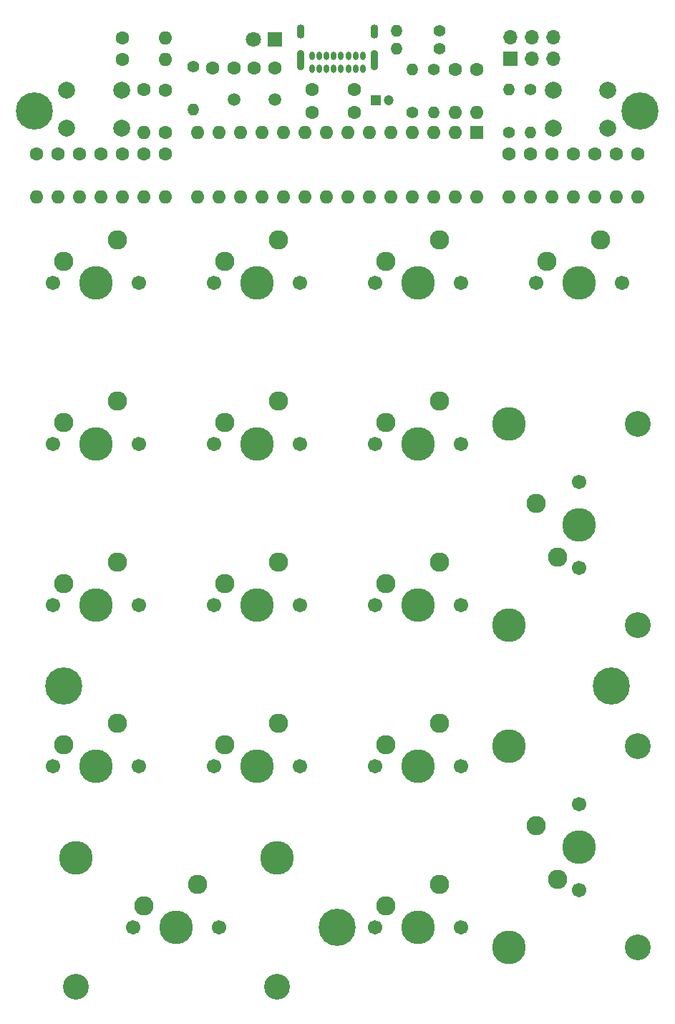
<source format=gts>
%TF.GenerationSoftware,KiCad,Pcbnew,(6.0.2)*%
%TF.CreationDate,2022-03-23T18:03:12-04:00*%
%TF.ProjectId,RYCpad_pcb,52594370-6164-45f7-9063-622e6b696361,rev?*%
%TF.SameCoordinates,Original*%
%TF.FileFunction,Soldermask,Top*%
%TF.FilePolarity,Negative*%
%FSLAX46Y46*%
G04 Gerber Fmt 4.6, Leading zero omitted, Abs format (unit mm)*
G04 Created by KiCad (PCBNEW (6.0.2)) date 2022-03-23 18:03:12*
%MOMM*%
%LPD*%
G01*
G04 APERTURE LIST*
%ADD10C,3.048000*%
%ADD11C,3.987800*%
%ADD12R,1.600000X1.600000*%
%ADD13O,1.600000X1.600000*%
%ADD14C,1.600000*%
%ADD15C,1.701800*%
%ADD16C,2.286000*%
%ADD17C,1.400000*%
%ADD18O,1.400000X1.400000*%
%ADD19C,4.400000*%
%ADD20C,2.000000*%
%ADD21R,1.700000X1.700000*%
%ADD22O,1.700000X1.700000*%
%ADD23O,0.650000X1.000000*%
%ADD24O,0.900000X2.400000*%
%ADD25O,0.900000X1.700000*%
%ADD26C,1.500000*%
%ADD27R,1.200000X1.200000*%
%ADD28C,1.200000*%
%ADD29R,1.800000X1.800000*%
%ADD30C,1.800000*%
G04 APERTURE END LIST*
D10*
X35560000Y11900000D03*
D11*
X20320000Y11900000D03*
D10*
X35560000Y-11900000D03*
D11*
X20320000Y-11900000D03*
D10*
X35560000Y-50000000D03*
D11*
X20320000Y-50000000D03*
D10*
X35560000Y-26200000D03*
D11*
X20320000Y-26200000D03*
X-30950000Y-39370000D03*
D10*
X-7150000Y-54610000D03*
D11*
X-7150000Y-39370000D03*
D10*
X-30950000Y-54610000D03*
D12*
X16510000Y46355000D03*
D13*
X13970000Y46355000D03*
X11430000Y46355000D03*
X8890000Y46355000D03*
X6350000Y46355000D03*
X3810000Y46355000D03*
X1270000Y46355000D03*
X-1270000Y46355000D03*
X-3810000Y46355000D03*
X-6350000Y46355000D03*
X-8890000Y46355000D03*
X-11430000Y46355000D03*
X-13970000Y46355000D03*
X-16510000Y46355000D03*
X-16510000Y38735000D03*
X-13970000Y38735000D03*
X-11430000Y38735000D03*
X-8890000Y38735000D03*
X-6350000Y38735000D03*
X-3810000Y38735000D03*
X-1270000Y38735000D03*
X1270000Y38735000D03*
X3810000Y38735000D03*
X6350000Y38735000D03*
X8890000Y38735000D03*
X11430000Y38735000D03*
X13970000Y38735000D03*
X16510000Y38735000D03*
D14*
X-22860000Y51435000D03*
D13*
X-22860000Y46355000D03*
D14*
X-25400000Y54991000D03*
D13*
X-20320000Y54991000D03*
D14*
X-25400000Y57531000D03*
D13*
X-20320000Y57531000D03*
D14*
X35560000Y43815000D03*
D13*
X35560000Y38735000D03*
D14*
X-35560000Y43815000D03*
D13*
X-35560000Y38735000D03*
D14*
X-20320000Y43815000D03*
D13*
X-20320000Y38735000D03*
D14*
X-22860000Y43815000D03*
D13*
X-22860000Y38735000D03*
D14*
X22860000Y43815000D03*
D13*
X22860000Y38735000D03*
D14*
X-30480000Y43815000D03*
D13*
X-30480000Y38735000D03*
D14*
X-25400000Y43815000D03*
D13*
X-25400000Y38735000D03*
D14*
X25400000Y43815000D03*
D13*
X25400000Y38735000D03*
D14*
X30480000Y43815000D03*
D13*
X30480000Y38735000D03*
D14*
X-27940000Y43815000D03*
D13*
X-27940000Y38735000D03*
D14*
X27940000Y43815000D03*
D13*
X27940000Y38735000D03*
D11*
X-28575000Y28575000D03*
D15*
X-23495000Y28575000D03*
X-33655000Y28575000D03*
D16*
X-26035000Y33655000D03*
X-32385000Y31115000D03*
D15*
X-14605000Y28575000D03*
X-4445000Y28575000D03*
D11*
X-9525000Y28575000D03*
D16*
X-6985000Y33655000D03*
X-13335000Y31115000D03*
D15*
X14605000Y28575000D03*
X4445000Y28575000D03*
D11*
X9525000Y28575000D03*
D16*
X12065000Y33655000D03*
X5715000Y31115000D03*
D11*
X28575000Y28575000D03*
D15*
X23495000Y28575000D03*
X33655000Y28575000D03*
D16*
X31115000Y33655000D03*
X24765000Y31115000D03*
D15*
X-33655000Y9525000D03*
D11*
X-28575000Y9525000D03*
D15*
X-23495000Y9525000D03*
D16*
X-26035000Y14605000D03*
X-32385000Y12065000D03*
D15*
X-4445000Y9525000D03*
D11*
X-9525000Y9525000D03*
D15*
X-14605000Y9525000D03*
D16*
X-6985000Y14605000D03*
X-13335000Y12065000D03*
D15*
X14605000Y9525000D03*
X4445000Y9525000D03*
D11*
X9525000Y9525000D03*
D16*
X12065000Y14605000D03*
X5715000Y12065000D03*
D11*
X28575000Y0D03*
D15*
X28575000Y5080000D03*
X28575000Y-5080000D03*
D16*
X23495000Y2540000D03*
X26035000Y-3810000D03*
D11*
X-28575000Y-9525000D03*
D15*
X-33655000Y-9525000D03*
X-23495000Y-9525000D03*
D16*
X-26035000Y-4445000D03*
X-32385000Y-6985000D03*
D15*
X-14605000Y-9525000D03*
X-4445000Y-9525000D03*
D11*
X-9525000Y-9525000D03*
D16*
X-6985000Y-4445000D03*
X-13335000Y-6985000D03*
D11*
X9525000Y-9525000D03*
D15*
X14605000Y-9525000D03*
X4445000Y-9525000D03*
D16*
X12065000Y-4445000D03*
X5715000Y-6985000D03*
D15*
X-23495000Y-28575000D03*
X-33655000Y-28575000D03*
D11*
X-28575000Y-28575000D03*
D16*
X-26035000Y-23495000D03*
X-32385000Y-26035000D03*
D15*
X-4445000Y-28575000D03*
X-14605000Y-28575000D03*
D11*
X-9525000Y-28575000D03*
D16*
X-6985000Y-23495000D03*
X-13335000Y-26035000D03*
D15*
X4445000Y-28575000D03*
D11*
X9525000Y-28575000D03*
D15*
X14605000Y-28575000D03*
D16*
X12065000Y-23495000D03*
X5715000Y-26035000D03*
D11*
X28575000Y-38100000D03*
D15*
X28575000Y-33020000D03*
X28575000Y-43180000D03*
D16*
X23495000Y-35560000D03*
X26035000Y-41910000D03*
D15*
X-13970000Y-47625000D03*
D11*
X-19050000Y-47625000D03*
D15*
X-24130000Y-47625000D03*
D16*
X-16510000Y-42545000D03*
X-22860000Y-45085000D03*
D15*
X14605000Y-47625000D03*
D11*
X9525000Y-47625000D03*
D15*
X4445000Y-47625000D03*
D16*
X12065000Y-42545000D03*
X5715000Y-45085000D03*
D17*
X22860000Y51435000D03*
D18*
X22860000Y46355000D03*
D17*
X12065000Y56261000D03*
D18*
X6985000Y56261000D03*
D17*
X12065000Y58420000D03*
D18*
X6985000Y58420000D03*
D17*
X20320000Y46355000D03*
D18*
X20320000Y51435000D03*
D17*
X11430000Y53848000D03*
D18*
X11430000Y48768000D03*
D19*
X35814000Y48895000D03*
X-35814000Y48895000D03*
D14*
X13970000Y53848000D03*
D13*
X13970000Y48768000D03*
D20*
X-25504000Y51363000D03*
X-32004000Y51363000D03*
X-25504000Y46863000D03*
X-32004000Y46863000D03*
D14*
X20320000Y43815000D03*
D13*
X20320000Y38735000D03*
D14*
X-20320000Y46355000D03*
X-20320000Y51355000D03*
D21*
X20447000Y55118000D03*
D22*
X20447000Y57658000D03*
X22987000Y55118000D03*
X22987000Y57658000D03*
X25527000Y55118000D03*
X25527000Y57658000D03*
D23*
X2975000Y53900000D03*
X2125000Y53900000D03*
X1275000Y53900000D03*
X425000Y53900000D03*
X-425000Y53900000D03*
X-1275000Y53900000D03*
X-2125000Y53900000D03*
X-2975000Y53900000D03*
X-2975000Y55450000D03*
X-2125000Y55450000D03*
X-1275000Y55450000D03*
X-425000Y55450000D03*
X425000Y55450000D03*
X1275000Y55450000D03*
X2125000Y55450000D03*
X2975000Y55450000D03*
D24*
X4325000Y54980000D03*
X-4325000Y54980000D03*
D25*
X4325000Y58360000D03*
X-4325000Y58360000D03*
D14*
X16510000Y53848000D03*
D13*
X16510000Y48768000D03*
D14*
X33020000Y43815000D03*
D13*
X33020000Y38735000D03*
D17*
X8890000Y48768000D03*
D18*
X8890000Y53848000D03*
D14*
X-33020000Y43815000D03*
D13*
X-33020000Y38735000D03*
D19*
X-32385000Y-19050000D03*
X0Y-47625000D03*
X32385000Y-19050000D03*
D20*
X25504000Y51363000D03*
X32004000Y51363000D03*
X25504000Y46863000D03*
X32004000Y46863000D03*
D17*
X-17070000Y54152800D03*
D18*
X-17070000Y49072800D03*
D26*
X-12246000Y50292000D03*
X-7366000Y50292000D03*
D14*
X-12246000Y54000000D03*
X-14746000Y54000000D03*
D27*
X4572000Y50165000D03*
D28*
X6072000Y50165000D03*
D14*
X2032000Y51435000D03*
X-2968000Y51435000D03*
X2032000Y48768000D03*
X-2968000Y48768000D03*
X-7366000Y54000000D03*
X-9866000Y54000000D03*
D29*
X-7366000Y57404000D03*
D30*
X-9906000Y57404000D03*
M02*

</source>
